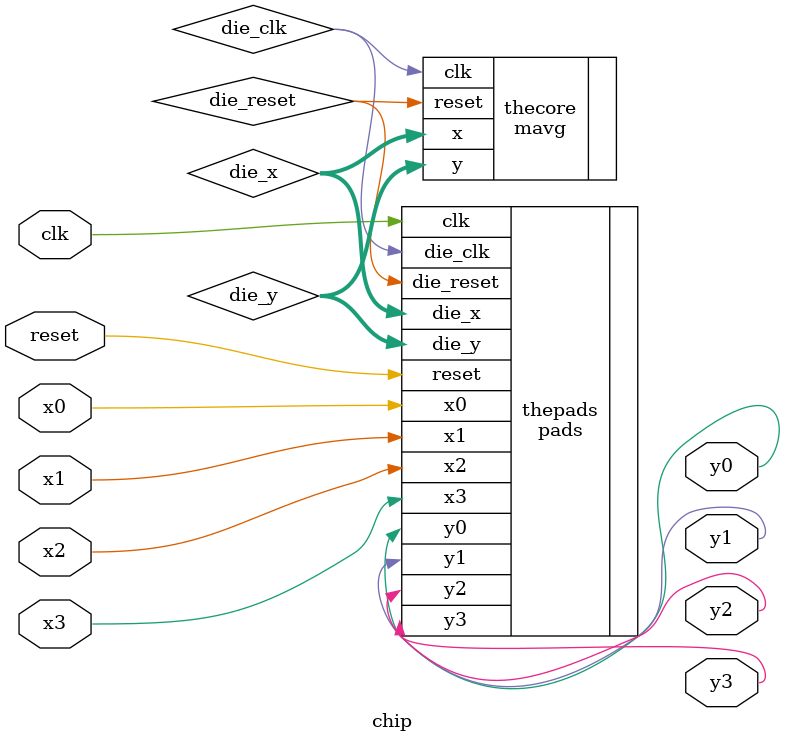
<source format=v>
module chip(
	    input wire 	clk,
	    input wire 	reset,
	    input wire 	x0,
	    input wire 	x1,
	    input wire 	x2,
	    input wire 	x3,
	    output wire y0,
	    output wire y1,
	    output wire y2,
	    output wire y3);
   
   wire 		die_clk;
   wire 		die_reset;
   wire [3:0]		die_x;
   wire [3:0]		die_y;

   pads thepads(.clk(clk),
		.reset(reset),
		.x0(x0),
		.x1(x1),
		.x2(x2),
		.x3(x3),
		.y0(y0),
		.y1(y1),
		.y2(y2),
		.y3(y3),
		.die_clk(die_clk),
		.die_reset(die_reset),
		.die_x(die_x),
		.die_y(die_y));

   mavg thecore(.x(die_x),
		.y(die_y),
		.reset(die_reset),
		.clk(die_clk));
   
endmodule
   

</source>
